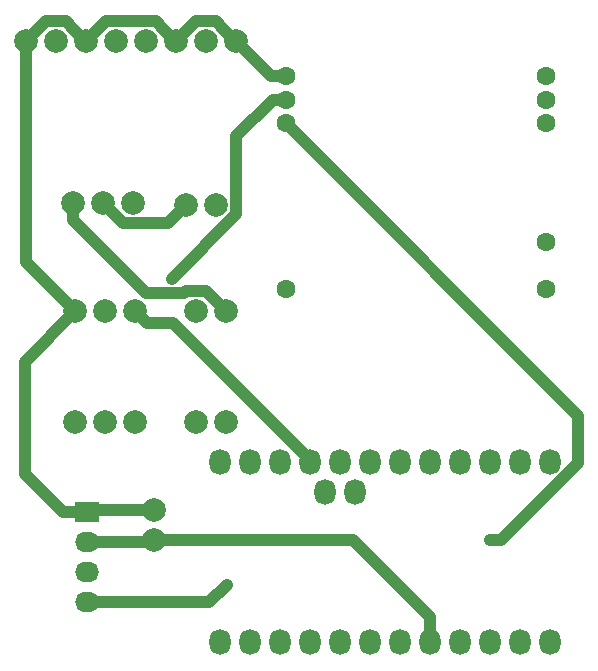
<source format=gbr>
G04 #@! TF.GenerationSoftware,KiCad,Pcbnew,(5.0.2)-1*
G04 #@! TF.CreationDate,2019-04-10T16:45:38+02:00*
G04 #@! TF.ProjectId,V2,56322e6b-6963-4616-945f-706362585858,rev?*
G04 #@! TF.SameCoordinates,Original*
G04 #@! TF.FileFunction,Copper,L1,Top*
G04 #@! TF.FilePolarity,Positive*
%FSLAX46Y46*%
G04 Gerber Fmt 4.6, Leading zero omitted, Abs format (unit mm)*
G04 Created by KiCad (PCBNEW (5.0.2)-1) date 10/04/2019 16:45:38*
%MOMM*%
%LPD*%
G01*
G04 APERTURE LIST*
G04 #@! TA.AperFunction,ComponentPad*
%ADD10O,1.800000X2.199640*%
G04 #@! TD*
G04 #@! TA.AperFunction,ComponentPad*
%ADD11C,1.600000*%
G04 #@! TD*
G04 #@! TA.AperFunction,ComponentPad*
%ADD12C,2.000000*%
G04 #@! TD*
G04 #@! TA.AperFunction,ComponentPad*
%ADD13R,2.032000X1.727200*%
G04 #@! TD*
G04 #@! TA.AperFunction,ComponentPad*
%ADD14O,2.032000X1.727200*%
G04 #@! TD*
G04 #@! TA.AperFunction,ViaPad*
%ADD15C,1.000000*%
G04 #@! TD*
G04 #@! TA.AperFunction,Conductor*
%ADD16C,0.250000*%
G04 #@! TD*
G04 #@! TA.AperFunction,Conductor*
%ADD17C,1.000000*%
G04 #@! TD*
G04 APERTURE END LIST*
D10*
G04 #@! TO.P,ARDUINO,12*
G04 #@! TO.N,RX_XBEE*
X130302000Y-94132400D03*
G04 #@! TO.P,ARDUINO,11*
G04 #@! TO.N,RX_ARDUINO*
X132842000Y-94132400D03*
G04 #@! TO.P,ARDUINO,10*
G04 #@! TO.N,Net-(U2-Pad10)*
X135382000Y-94132400D03*
G04 #@! TO.P,ARDUINO,9*
G04 #@! TO.N,Net-(U2-Pad9)*
X137922000Y-94132400D03*
G04 #@! TO.P,ARDUINO,8*
G04 #@! TO.N,Net-(U2-Pad8)*
X140462000Y-94132400D03*
G04 #@! TO.P,ARDUINO,7*
G04 #@! TO.N,Net-(U2-Pad7)*
X143002000Y-94132400D03*
G04 #@! TO.P,ARDUINO,6*
G04 #@! TO.N,Net-(U2-Pad6)*
X145542000Y-94132400D03*
G04 #@! TO.P,ARDUINO,5*
G04 #@! TO.N,SENS_DATA*
X148082000Y-94132400D03*
G04 #@! TO.P,ARDUINO,4*
G04 #@! TO.N,Net-(U2-Pad4)*
X150622000Y-94132400D03*
G04 #@! TO.P,ARDUINO,3*
G04 #@! TO.N,Net-(U2-Pad3)*
X153162000Y-94132400D03*
G04 #@! TO.P,ARDUINO,2*
G04 #@! TO.N,Net-(U2-Pad2)*
X155702000Y-94132400D03*
G04 #@! TO.P,ARDUINO,1*
G04 #@! TO.N,Net-(U2-Pad1)*
X158242000Y-94132400D03*
G04 #@! TO.P,ARDUINO,24*
G04 #@! TO.N,Net-(U2-Pad24)*
X158242000Y-78892400D03*
G04 #@! TO.P,ARDUINO,23*
G04 #@! TO.N,Net-(U2-Pad23)*
X155702000Y-78892400D03*
G04 #@! TO.P,ARDUINO,22*
G04 #@! TO.N,Net-(U2-Pad22)*
X153162000Y-78892400D03*
G04 #@! TO.P,ARDUINO,21*
G04 #@! TO.N,Net-(U2-Pad21)*
X150622000Y-78892400D03*
G04 #@! TO.P,ARDUINO,20*
G04 #@! TO.N,Net-(U2-Pad20)*
X148082000Y-78892400D03*
G04 #@! TO.P,ARDUINO,19*
G04 #@! TO.N,Net-(U2-Pad19)*
X145542000Y-78892400D03*
G04 #@! TO.P,ARDUINO,18*
G04 #@! TO.N,Net-(U2-Pad18)*
X143002000Y-78892400D03*
G04 #@! TO.P,ARDUINO,17*
G04 #@! TO.N,Net-(U2-Pad17)*
X140462000Y-78892400D03*
G04 #@! TO.P,ARDUINO,16*
G04 #@! TO.N,3.7V_OUT-T*
X137922000Y-78892400D03*
G04 #@! TO.P,ARDUINO,15*
G04 #@! TO.N,Net-(U2-Pad15)*
X135382000Y-78892400D03*
G04 #@! TO.P,ARDUINO,14*
G04 #@! TO.N,GND*
X132842000Y-78892400D03*
G04 #@! TO.P,ARDUINO,13*
G04 #@! TO.N,Net-(U2-Pad13)*
X130302000Y-78892400D03*
G04 #@! TO.P,ARDUINO,25*
G04 #@! TO.N,Net-(U2-Pad25)*
X141732000Y-81432400D03*
G04 #@! TO.P,ARDUINO,26*
G04 #@! TO.N,Net-(U2-Pad26)*
X139192000Y-81432400D03*
G04 #@! TD*
D11*
G04 #@! TO.P,XBEE,1*
G04 #@! TO.N,3.7V*
X135890000Y-46228000D03*
G04 #@! TO.P,XBEE,2*
G04 #@! TO.N,TX_XBEE*
X135890000Y-48228000D03*
G04 #@! TO.P,XBEE,3*
G04 #@! TO.N,RX_XBEE*
X135890000Y-50228000D03*
G04 #@! TO.P,XBEE,4*
G04 #@! TO.N,GND*
X135890000Y-64228000D03*
G04 #@! TO.P,XBEE,5*
G04 #@! TO.N,Net-(U4-Pad5)*
X157890000Y-46228000D03*
G04 #@! TO.P,XBEE,6*
G04 #@! TO.N,Net-(U4-Pad6)*
X157890000Y-48228000D03*
G04 #@! TO.P,XBEE,7*
G04 #@! TO.N,Net-(U4-Pad7)*
X157890000Y-50228000D03*
G04 #@! TO.P,XBEE,8*
G04 #@! TO.N,PINOUT_TRANSISTOR*
X157890000Y-60228000D03*
G04 #@! TO.P,XBEE,9*
G04 #@! TO.N,Net-(U4-Pad9)*
X157890000Y-64228000D03*
G04 #@! TD*
D12*
G04 #@! TO.P,BATERIA,1*
G04 #@! TO.N,3.7V*
X113893600Y-43281600D03*
G04 #@! TO.P,BATERIA,2*
G04 #@! TO.N,GND*
X116433600Y-43281600D03*
G04 #@! TO.P,BATERIA,3*
G04 #@! TO.N,3.7V*
X118973600Y-43281600D03*
G04 #@! TO.P,BATERIA,4*
G04 #@! TO.N,GND*
X121513600Y-43281600D03*
G04 #@! TO.P,BATERIA,5*
X124053600Y-43281600D03*
G04 #@! TO.P,BATERIA,6*
G04 #@! TO.N,3.7V*
X126593600Y-43281600D03*
G04 #@! TO.P,BATERIA,7*
G04 #@! TO.N,GND*
X129133600Y-43281600D03*
G04 #@! TO.P,BATERIA,8*
G04 #@! TO.N,3.7V*
X131673600Y-43281600D03*
G04 #@! TD*
G04 #@! TO.P,2N,3*
G04 #@! TO.N,3.7V_OUT-T*
X123139200Y-66141600D03*
G04 #@! TO.P,2N,2*
G04 #@! TO.N,Net-(U10-Pad2)*
X120599200Y-66141600D03*
G04 #@! TO.P,2N,1*
G04 #@! TO.N,3.7V*
X118059200Y-66141600D03*
G04 #@! TD*
D13*
G04 #@! TO.P,DHT,1*
G04 #@! TO.N,3.7V*
X119075200Y-83159600D03*
D14*
G04 #@! TO.P,DHT,2*
G04 #@! TO.N,SENS_DATA*
X119075200Y-85699600D03*
G04 #@! TO.P,DHT,3*
G04 #@! TO.N,Net-(TH1-Pad3)*
X119075200Y-88239600D03*
G04 #@! TO.P,DHT,4*
G04 #@! TO.N,GND*
X119075200Y-90779600D03*
G04 #@! TD*
D12*
G04 #@! TO.P,R100,1*
G04 #@! TO.N,Net-(U10-Pad2)*
X128270000Y-66090800D03*
G04 #@! TO.P,R100,2*
G04 #@! TO.N,Salida_2T*
X130810000Y-66090800D03*
G04 #@! TD*
G04 #@! TO.P,R1,1*
G04 #@! TO.N,Net-(U7-Pad1)*
X128320800Y-75488800D03*
G04 #@! TO.P,R1,2*
G04 #@! TO.N,Salida_2T*
X130860800Y-75488800D03*
G04 #@! TD*
G04 #@! TO.P,R100,2*
G04 #@! TO.N,PINOUT_TRANSISTOR*
X129981600Y-57099200D03*
G04 #@! TO.P,R100,1*
G04 #@! TO.N,Net-(U5-Pad1)*
X127441600Y-57099200D03*
G04 #@! TD*
G04 #@! TO.P, R10K,1*
G04 #@! TO.N,3.7V*
X124714000Y-82956400D03*
G04 #@! TO.P, R10K,2*
G04 #@! TO.N,SENS_DATA*
X124714000Y-85496400D03*
G04 #@! TD*
G04 #@! TO.P,BC,1*
G04 #@! TO.N,Salida_2T*
X117856000Y-56946800D03*
G04 #@! TO.P,BC,2*
G04 #@! TO.N,Net-(U5-Pad1)*
X120396000Y-56946800D03*
G04 #@! TO.P,BC,3*
G04 #@! TO.N,GND*
X122936000Y-56946800D03*
G04 #@! TD*
G04 #@! TO.P,2N,1*
G04 #@! TO.N,TX_XBEE*
X123139200Y-75488800D03*
G04 #@! TO.P,2N,2*
G04 #@! TO.N,Net-(U7-Pad1)*
X120599200Y-75488800D03*
G04 #@! TO.P,2N,3*
G04 #@! TO.N,RX_ARDUINO*
X118059200Y-75488800D03*
G04 #@! TD*
D15*
G04 #@! TO.N,GND*
X130911600Y-89281000D03*
G04 #@! TO.N,TX_XBEE*
X126240802Y-63356000D03*
G04 #@! TO.N,RX_XBEE*
X153136600Y-85471000D03*
G04 #@! TD*
D16*
G04 #@! TO.N,3.7V*
X131673600Y-43281600D02*
X131094602Y-43281600D01*
D17*
X125593601Y-42281601D02*
X126593600Y-43281600D01*
X124893599Y-41581599D02*
X125593601Y-42281601D01*
X120673601Y-41581599D02*
X124893599Y-41581599D01*
X118973600Y-43281600D02*
X120673601Y-41581599D01*
X130673601Y-42281601D02*
X131673600Y-43281600D01*
X129973599Y-41581599D02*
X130673601Y-42281601D01*
X128293601Y-41581599D02*
X129973599Y-41581599D01*
X126593600Y-43281600D02*
X128293601Y-41581599D01*
X134620000Y-46228000D02*
X131673600Y-43281600D01*
X135890000Y-46228000D02*
X134620000Y-46228000D01*
X113893600Y-61976000D02*
X118059200Y-66141600D01*
X113893600Y-43281600D02*
X113893600Y-61976000D01*
X119278400Y-82956400D02*
X119075200Y-83159600D01*
X124714000Y-82956400D02*
X119278400Y-82956400D01*
X117059200Y-83159600D02*
X113766600Y-79867000D01*
X119075200Y-83159600D02*
X117059200Y-83159600D01*
X113766600Y-70434200D02*
X118059200Y-66141600D01*
X113766600Y-79867000D02*
X113766600Y-70434200D01*
X117273599Y-41581599D02*
X117973601Y-42281601D01*
X115593601Y-41581599D02*
X117273599Y-41581599D01*
X113893600Y-43281600D02*
X115593601Y-41581599D01*
X117973601Y-42281601D02*
X118973600Y-43281600D01*
D16*
G04 #@! TO.N,SENS_DATA*
X119278400Y-85496400D02*
X119075200Y-85699600D01*
X148082000Y-93932580D02*
X148082000Y-94132400D01*
D17*
X126128213Y-85496400D02*
X124714000Y-85496400D01*
X141545820Y-85496400D02*
X126128213Y-85496400D01*
X148082000Y-92032580D02*
X141545820Y-85496400D01*
X148082000Y-94132400D02*
X148082000Y-92032580D01*
X124510800Y-85699600D02*
X124714000Y-85496400D01*
X119075200Y-85699600D02*
X124510800Y-85699600D01*
G04 #@! TO.N,GND*
X129413000Y-90779600D02*
X130911600Y-89281000D01*
X119075200Y-90779600D02*
X129413000Y-90779600D01*
G04 #@! TO.N,TX_XBEE*
X131681601Y-57915201D02*
X126240802Y-63356000D01*
X131681601Y-51305029D02*
X131681601Y-57915201D01*
X135890000Y-48228000D02*
X134758630Y-48228000D01*
X134758630Y-48228000D02*
X131681601Y-51305029D01*
X126240802Y-63356000D02*
X126240802Y-63356000D01*
G04 #@! TO.N,RX_XBEE*
X135890000Y-50228000D02*
X160641590Y-74979590D01*
X160641590Y-78955385D02*
X160641590Y-74979590D01*
X154125975Y-85471000D02*
X160641590Y-78955385D01*
X153136600Y-85471000D02*
X154125975Y-85471000D01*
G04 #@! TO.N,3.7V_OUT-T*
X137922000Y-78692580D02*
X137922000Y-78892400D01*
X126371019Y-67141599D02*
X137922000Y-78692580D01*
X124139199Y-67141599D02*
X126371019Y-67141599D01*
X123139200Y-66141600D02*
X124139199Y-67141599D01*
G04 #@! TO.N,Salida_2T*
X129810001Y-65090801D02*
X130810000Y-66090800D01*
X129109999Y-64390799D02*
X129810001Y-65090801D01*
X127453999Y-64390799D02*
X129109999Y-64390799D01*
X127288797Y-64556001D02*
X127453999Y-64390799D01*
X124050988Y-64556001D02*
X127288797Y-64556001D01*
X117856000Y-58361013D02*
X124050988Y-64556001D01*
X117856000Y-56946800D02*
X117856000Y-58361013D01*
G04 #@! TO.N,Net-(U5-Pad1)*
X122096001Y-58646801D02*
X120396000Y-56946800D01*
X125893999Y-58646801D02*
X122096001Y-58646801D01*
X127441600Y-57099200D02*
X125893999Y-58646801D01*
G04 #@! TD*
M02*

</source>
